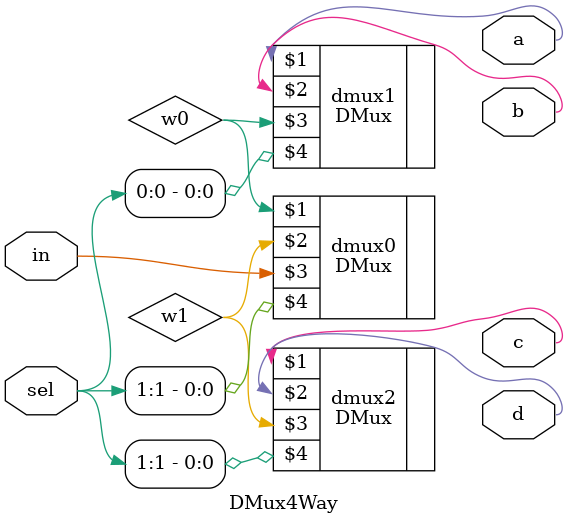
<source format=v>
/* módulo DMux4Way */

`ifndef _DMux4Way_
`define _DMux4Way_

`include "DMux.v"

module DMux4Way(a, b, c, d, in, sel);
    input in;
    input [1:0] sel;
    output a, b, c, d;
    wire w0, w1;

    // 

    DMux dmux0(w0, w1, in, sel[1]);
    DMux dmux1(a, b, w0, sel[0]);
    DMux dmux2(c, d, w1, sel[1]);

endmodule

`endif
</source>
